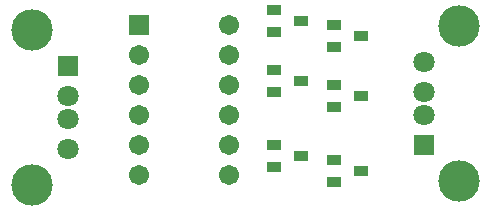
<source format=gbr>
G04 DipTrace 3.1.0.1*
G04 TopMask.gbr*
%MOIN*%
G04 #@! TF.FileFunction,Soldermask,Top*
G04 #@! TF.Part,Single*
%ADD28C,0.067087*%
%ADD30R,0.067087X0.067087*%
%ADD32R,0.04937X0.033622*%
%ADD34C,0.137953*%
%ADD36C,0.071024*%
%ADD38R,0.071024X0.071024*%
%FSLAX26Y26*%
G04*
G70*
G90*
G75*
G01*
G04 TopMask*
%LPD*%
D38*
X751955Y999790D3*
D36*
Y901365D3*
Y822625D3*
Y724199D3*
D34*
X633845Y1120656D3*
Y603333D3*
D38*
X1938373Y737782D3*
D36*
Y836207D3*
Y914948D3*
Y1013373D3*
D34*
X2056483Y616916D3*
Y1134239D3*
D32*
X1438373Y1187782D3*
Y1112979D3*
X1528924Y1150381D3*
X1638373Y1137782D3*
Y1062979D3*
X1728924Y1100381D3*
X1438373Y987782D3*
Y912979D3*
X1528924Y950381D3*
X1638373Y937782D3*
Y862979D3*
X1728924Y900381D3*
X1438373Y737782D3*
Y662979D3*
X1528924Y700381D3*
X1638373Y687782D3*
Y612979D3*
X1728924Y650381D3*
D30*
X988373Y1137782D3*
D28*
Y1037782D3*
Y937782D3*
Y837782D3*
Y737782D3*
Y637782D3*
X1288373D3*
Y737782D3*
Y837782D3*
Y937782D3*
Y1037782D3*
Y1137782D3*
M02*

</source>
